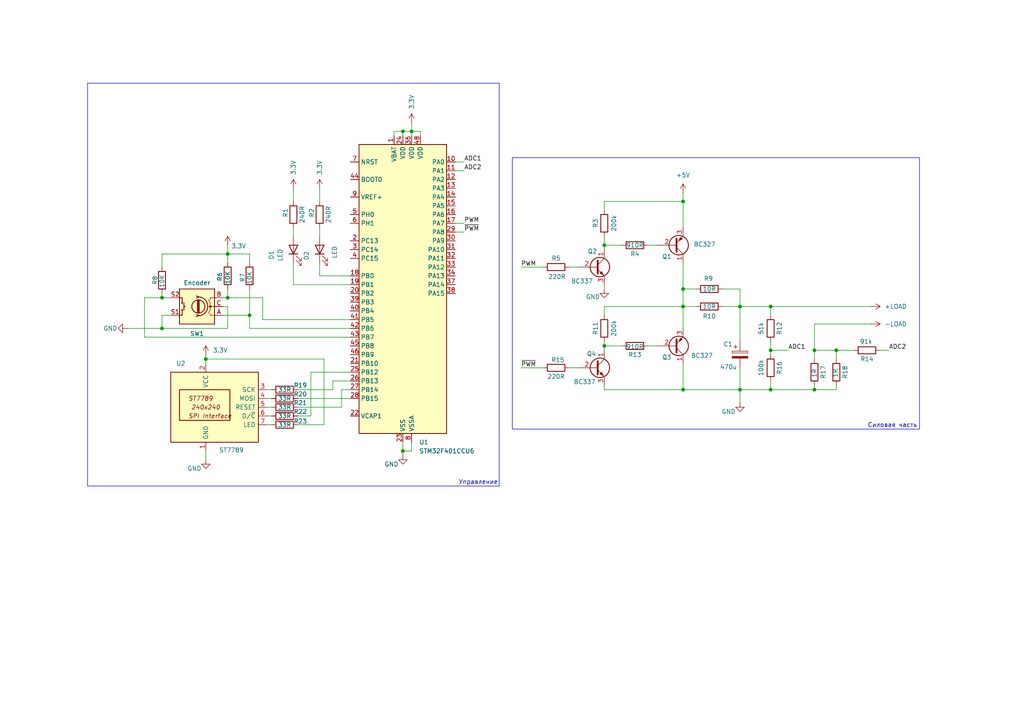
<source format=kicad_sch>
(kicad_sch (version 20250114) (generator "eeschema") (generator_version "9.0")
  (paper "A4")
  (lib_symbols
    (symbol "Device:C_Polarized" (pin_numbers (hide yes)) (pin_names (offset 0.254))
      (property "Reference" "C" (at 0.635 2.54 0))
      (property "Value" "C_Polarized" (at 0.635 -2.54 0))
      (symbol "C_Polarized_0_1"
        (rectangle (start -2.286 0.508) (end 2.286 1.016))
        (polyline (pts (xy -1.778 2.286) (xy -0.762 2.286)))
        (polyline (pts (xy -1.27 2.794) (xy -1.27 1.778)))
        (rectangle (start 2.286 -0.508) (end -2.286 -1.016) (fill (type outline)))
      )
      (symbol "C_Polarized_1_1"
        (pin passive line (at 0 3.81 270) (length 2.794) (name "~") (number "1"))
        (pin passive line (at 0 -3.81 90) (length 2.794) (name "~") (number "2"))
      )
    )
    (symbol "Device:LED" (pin_numbers (hide yes)) (pin_names (offset 1.016) (hide yes))
      (property "Reference" "D" (at 0 2.54 0))
      (property "Value" "LED" (at 0 -2.54 0))
      (symbol "LED_0_1"
        (polyline (pts (xy -3.048 -0.762) (xy -4.572 -2.286) (xy -3.81 -2.286) (xy -4.572 -2.286) (xy -4.572 -1.524)))
        (polyline (pts (xy -1.778 -0.762) (xy -3.302 -2.286) (xy -2.54 -2.286) (xy -3.302 -2.286) (xy -3.302 -1.524)))
        (polyline (pts (xy -1.27 0) (xy 1.27 0)))
        (polyline (pts (xy -1.27 -1.27) (xy -1.27 1.27)) (stroke (width 0.254)))
        (polyline (pts (xy 1.27 -1.27) (xy 1.27 1.27) (xy -1.27 0) (xy 1.27 -1.27)) (stroke (width 0.254)))
      )
      (symbol "LED_1_1"
        (pin passive line (at -3.81 0 0) (length 2.54) (name "K") (number "1"))
        (pin passive line (at 3.81 0 180) (length 2.54) (name "A") (number "2"))
      )
    )
    (symbol "Device:R" (pin_numbers (hide yes)) (pin_names (offset 0))
      (property "Reference" "R" (at 2.032 0 90))
      (property "Value" "R" (at 0 0 90))
      (symbol "R_0_1"
        (rectangle (start -1.016 -2.54) (end 1.016 2.54) (stroke (width 0.254)))
      )
      (symbol "R_1_1"
        (pin passive line (at 0 3.81 270) (length 1.27) (name "~") (number "1"))
        (pin passive line (at 0 -3.81 90) (length 1.27) (name "~") (number "2"))
      )
    )
    (symbol "Device:RotaryEncoder_Switch" (pin_names (offset 0.254) (hide yes))
      (property "Reference" "SW" (at 0 6.604 0))
      (property "Value" "RotaryEncoder_Switch" (at 0 -6.604 0))
      (symbol "RotaryEncoder_Switch_0_1"
        (rectangle (start -5.08 5.08) (end 5.08 -5.08) (stroke (width 0.254)) (fill (type background)))
        (polyline (pts (xy -5.08 2.54) (xy -3.81 2.54) (xy -3.81 2.032)))
        (polyline (pts (xy -5.08 0) (xy -3.81 0) (xy -3.81 -1.016) (xy -3.302 -2.032)))
        (polyline (pts (xy -5.08 -2.54) (xy -3.81 -2.54) (xy -3.81 -2.032)))
        (polyline (pts (xy -4.318 0) (xy -3.81 0) (xy -3.81 1.016) (xy -3.302 2.032)))
        (circle (center -3.81 0) (radius 0.254) (fill (type outline)))
        (polyline (pts (xy -0.635 -1.778) (xy -0.635 1.778)) (stroke (width 0.254)))
        (circle (center -0.381 0) (radius 1.905) (stroke (width 0.254)))
        (polyline (pts (xy -0.381 -1.778) (xy -0.381 1.778)) (stroke (width 0.254)))
        (arc (start -0.381 -2.794) (mid -3.0988 -0.0635) (end -0.381 2.667) (stroke (width 0.254)))
        (polyline (pts (xy -0.127 1.778) (xy -0.127 -1.778)) (stroke (width 0.254)))
        (polyline (pts (xy 0.254 2.921) (xy -0.508 2.667) (xy 0.127 2.286)) (stroke (width 0.254)))
        (polyline (pts (xy 0.254 -3.048) (xy -0.508 -2.794) (xy 0.127 -2.413)) (stroke (width 0.254)))
        (polyline (pts (xy 3.81 1.016) (xy 3.81 -1.016)) (stroke (width 0.254)))
        (polyline (pts (xy 3.81 0) (xy 3.429 0)) (stroke (width 0.254)))
        (circle (center 4.318 1.016) (radius 0.127) (stroke (width 0.254)))
        (circle (center 4.318 -1.016) (radius 0.127) (stroke (width 0.254)))
        (polyline (pts (xy 5.08 2.54) (xy 4.318 2.54) (xy 4.318 1.016)) (stroke (width 0.254)))
        (polyline (pts (xy 5.08 -2.54) (xy 4.318 -2.54) (xy 4.318 -1.016)) (stroke (width 0.254)))
      )
      (symbol "RotaryEncoder_Switch_1_1"
        (pin passive line (at -7.62 2.54 0) (length 2.54) (name "A") (number "A"))
        (pin passive line (at -7.62 0 0) (length 2.54) (name "C") (number "C"))
        (pin passive line (at -7.62 -2.54 0) (length 2.54) (name "B") (number "B"))
        (pin passive line (at 7.62 2.54 180) (length 2.54) (name "S1") (number "S1"))
        (pin passive line (at 7.62 -2.54 180) (length 2.54) (name "S2") (number "S2"))
      )
    )
    (symbol "Driver_Display:CR2013-MI2120" (pin_names (offset 0.762))
      (property "Reference" "U?" (at 2.1941 17.78 0))
      (property "Value" "CR2013-MI2120" (at 2.1941 15.24 0))
      (symbol "CR2013-MI2120_0_0"
        (text "SPI Interface" (at -5.08 -2.54 0) (effects (font (size 1.27 1.27) (italic yes)) (justify left)))
      )
      (symbol "CR2013-MI2120_0_1"
        (rectangle (start -10.16 10.16) (end 15.24 -10.16) (stroke (width 0.254)) (fill (type background)))
        (rectangle (start -7.62 5.08) (end 6.985 -3.81) (stroke (width 0.254)))
      )
      (symbol "CR2013-MI2120_1_0"
        (text "ST7789" (at -5.08 2.54 0) (effects (font (size 1.27 1.27) (italic yes)) (justify left)))
        (text "240x240" (at 0 0 0) (effects (font (size 1.27 1.27) (italic yes))))
      )
      (symbol "CR2013-MI2120_1_1"
        (pin power_in line (at 0 12.7 270) (length 2.54) (name "VCC") (number "2"))
        (pin power_in line (at 0 -12.7 90) (length 2.54) (name "GND") (number "1"))
        (pin input line (at 17.78 5.08 180) (length 2.54) (name "SCK") (number "3"))
        (pin input line (at 17.78 2.54 180) (length 2.54) (name "MOSI") (number "4"))
        (pin input line (at 17.78 0 180) (length 2.54) (name "RESET") (number "5"))
        (pin input line (at 17.78 -2.54 180) (length 2.54) (name "D/~{C}") (number "6"))
        (pin input line (at 17.78 -5.08 180) (length 2.54) (name "LED") (number "7"))
      )
    )
    (symbol "MCU_ST_STM32F4:STM32F401CCUx"
      (property "Reference" "U" (at -12.7 44.45 0))
      (property "Value" "STM32F401CCUx" (at 7.62 44.45 0))
      (symbol "STM32F401CCUx_0_1"
        (rectangle (start -12.7 -40.64) (end 12.7 43.18) (stroke (width 0.254)) (fill (type background)))
      )
      (symbol "STM32F401CCUx_1_1"
        (pin input line (at -15.24 38.1 0) (length 2.54) (name "NRST") (number "7"))
        (pin input line (at -15.24 33.02 0) (length 2.54) (name "BOOT0") (number "44"))
        (pin input line (at -15.24 27.94 0) (length 2.54) (name "VREF+") (number "9"))
        (pin bidirectional line (at -15.24 22.86 0) (length 2.54) (name "PH0") (number "5"))
        (pin bidirectional line (at -15.24 20.32 0) (length 2.54) (name "PH1") (number "6"))
        (pin bidirectional line (at -15.24 15.24 0) (length 2.54) (name "PC13") (number "2"))
        (pin bidirectional line (at -15.24 12.7 0) (length 2.54) (name "PC14") (number "3"))
        (pin bidirectional line (at -15.24 10.16 0) (length 2.54) (name "PC15") (number "4"))
        (pin bidirectional line (at -15.24 5.08 0) (length 2.54) (name "PB0") (number "18"))
        (pin bidirectional line (at -15.24 2.54 0) (length 2.54) (name "PB1") (number "19"))
        (pin bidirectional line (at -15.24 0 0) (length 2.54) (name "PB2") (number "20"))
        (pin bidirectional line (at -15.24 -2.54 0) (length 2.54) (name "PB3") (number "39"))
        (pin bidirectional line (at -15.24 -5.08 0) (length 2.54) (name "PB4") (number "40"))
        (pin bidirectional line (at -15.24 -7.62 0) (length 2.54) (name "PB5") (number "41"))
        (pin bidirectional line (at -15.24 -10.16 0) (length 2.54) (name "PB6") (number "42"))
        (pin bidirectional line (at -15.24 -12.7 0) (length 2.54) (name "PB7") (number "43"))
        (pin bidirectional line (at -15.24 -15.24 0) (length 2.54) (name "PB8") (number "45"))
        (pin bidirectional line (at -15.24 -17.78 0) (length 2.54) (name "PB9") (number "46"))
        (pin bidirectional line (at -15.24 -20.32 0) (length 2.54) (name "PB10") (number "21"))
        (pin bidirectional line (at -15.24 -22.86 0) (length 2.54) (name "PB12") (number "25"))
        (pin bidirectional line (at -15.24 -25.4 0) (length 2.54) (name "PB13") (number "26"))
        (pin bidirectional line (at -15.24 -27.94 0) (length 2.54) (name "PB14") (number "27"))
        (pin bidirectional line (at -15.24 -30.48 0) (length 2.54) (name "PB15") (number "28"))
        (pin power_out line (at -15.24 -35.56 0) (length 2.54) (name "VCAP1") (number "22"))
        (pin power_in line (at -2.54 45.72 270) (length 2.54) (name "VBAT") (number "1"))
        (pin power_in line (at 0 45.72 270) (length 2.54) (name "VDD") (number "24"))
        (pin power_in line (at 0 -43.18 90) (length 2.54) (name "VSS") (number "23"))
        (pin passive line (at 0 -43.18 90) (length 2.54) (hide yes) (name "VSS") (number "35"))
        (pin passive line (at 0 -43.18 90) (length 2.54) (hide yes) (name "VSS") (number "47"))
        (pin passive line (at 0 -43.18 90) (length 2.54) (hide yes) (name "VSS") (number "49"))
        (pin power_in line (at 2.54 45.72 270) (length 2.54) (name "VDD") (number "36"))
        (pin power_in line (at 2.54 -43.18 90) (length 2.54) (name "VSSA") (number "8"))
        (pin power_in line (at 5.08 45.72 270) (length 2.54) (name "VDD") (number "48"))
        (pin bidirectional line (at 15.24 38.1 180) (length 2.54) (name "PA0") (number "10"))
        (pin bidirectional line (at 15.24 35.56 180) (length 2.54) (name "PA1") (number "11"))
        (pin bidirectional line (at 15.24 33.02 180) (length 2.54) (name "PA2") (number "12"))
        (pin bidirectional line (at 15.24 30.48 180) (length 2.54) (name "PA3") (number "13"))
        (pin bidirectional line (at 15.24 27.94 180) (length 2.54) (name "PA4") (number "14"))
        (pin bidirectional line (at 15.24 25.4 180) (length 2.54) (name "PA5") (number "15"))
        (pin bidirectional line (at 15.24 22.86 180) (length 2.54) (name "PA6") (number "16"))
        (pin bidirectional line (at 15.24 20.32 180) (length 2.54) (name "PA7") (number "17"))
        (pin bidirectional line (at 15.24 17.78 180) (length 2.54) (name "PA8") (number "29"))
        (pin bidirectional line (at 15.24 15.24 180) (length 2.54) (name "PA9") (number "30"))
        (pin bidirectional line (at 15.24 12.7 180) (length 2.54) (name "PA10") (number "31"))
        (pin bidirectional line (at 15.24 10.16 180) (length 2.54) (name "PA11") (number "32"))
        (pin bidirectional line (at 15.24 7.62 180) (length 2.54) (name "PA12") (number "33"))
        (pin bidirectional line (at 15.24 5.08 180) (length 2.54) (name "PA13") (number "34"))
        (pin bidirectional line (at 15.24 2.54 180) (length 2.54) (name "PA14") (number "37"))
        (pin bidirectional line (at 15.24 0 180) (length 2.54) (name "PA15") (number "38"))
      )
    )
    (symbol "Transistor_BJT:BC327" (pin_names (offset 0) (hide yes))
      (property "Reference" "Q" (at 5.08 1.905 0))
      (property "Value" "BC327" (at 5.08 0 0))
      (symbol "BC327_0_1"
        (polyline (pts (xy 0.635 1.905) (xy 0.635 -1.905) (xy 0.635 -1.905)) (stroke (width 0.508)))
        (polyline (pts (xy 0.635 0.635) (xy 2.54 2.54)))
        (polyline (pts (xy 0.635 -0.635) (xy 2.54 -2.54) (xy 2.54 -2.54)))
        (circle (center 1.27 0) (radius 2.8194) (stroke (width 0.254)))
        (polyline (pts (xy 2.286 -1.778) (xy 1.778 -2.286) (xy 1.27 -1.27) (xy 2.286 -1.778) (xy 2.286 -1.778)) (fill (type outline)))
      )
      (symbol "BC327_1_1"
        (pin input line (at -5.08 0 0) (length 5.715) (name "B") (number "2"))
        (pin passive line (at 2.54 5.08 270) (length 2.54) (name "C") (number "1"))
        (pin passive line (at 2.54 -5.08 90) (length 2.54) (name "E") (number "3"))
      )
    )
    (symbol "Transistor_BJT:BC337" (pin_names (offset 0) (hide yes))
      (property "Reference" "Q" (at 5.08 1.905 0))
      (property "Value" "BC337" (at 5.08 0 0))
      (symbol "BC337_0_1"
        (polyline (pts (xy 0 0) (xy 0.635 0)))
        (polyline (pts (xy 0.635 1.905) (xy 0.635 -1.905) (xy 0.635 -1.905)) (stroke (width 0.508)))
        (polyline (pts (xy 0.635 0.635) (xy 2.54 2.54)))
        (polyline (pts (xy 0.635 -0.635) (xy 2.54 -2.54) (xy 2.54 -2.54)))
        (circle (center 1.27 0) (radius 2.8194) (stroke (width 0.254)))
        (polyline (pts (xy 1.27 -1.778) (xy 1.778 -1.27) (xy 2.286 -2.286) (xy 1.27 -1.778) (xy 1.27 -1.778)) (fill (type outline)))
      )
      (symbol "BC337_1_1"
        (pin input line (at -5.08 0 0) (length 5.08) (name "B") (number "2"))
        (pin passive line (at 2.54 5.08 270) (length 2.54) (name "C") (number "1"))
        (pin passive line (at 2.54 -5.08 90) (length 2.54) (name "E") (number "3"))
      )
    )
    (symbol "power:+5V" (power) (pin_numbers (hide yes)) (pin_names (offset 0) (hide yes))
      (property "Value" "+5V" (at 0 3.556 0))
      (symbol "+5V_0_1"
        (polyline (pts (xy -0.762 1.27) (xy 0 2.54)))
        (polyline (pts (xy 0 2.54) (xy 0.762 1.27)))
        (polyline (pts (xy 0 0) (xy 0 2.54)))
      )
      (symbol "+5V_1_1"
        (pin power_in line (at 0 0 90) (length 0) (name "~") (number "1"))
      )
    )
    (symbol "power:+5VL" (power) (pin_numbers (hide yes)) (pin_names (offset 0) (hide yes))
      (property "Value" "+5VL" (at 0 3.556 0))
      (symbol "+5VL_0_1"
        (polyline (pts (xy -0.762 1.27) (xy 0 2.54)))
        (polyline (pts (xy 0 2.54) (xy 0.762 1.27)))
        (polyline (pts (xy 0 0) (xy 0 2.54)))
      )
      (symbol "+5VL_1_1"
        (pin power_in line (at 0 0 90) (length 0) (name "~") (number "1"))
      )
    )
    (symbol "power:GND" (power) (pin_numbers (hide yes)) (pin_names (offset 0) (hide yes))
      (property "Value" "GND" (at 0 -3.81 0))
      (symbol "GND_0_1"
        (polyline (pts (xy 0 0) (xy 0 -1.27) (xy 1.27 -1.27) (xy 0 -2.54) (xy -1.27 -1.27) (xy 0 -1.27)))
      )
      (symbol "GND_1_1"
        (pin power_in line (at 0 0 270) (length 0) (name "~") (number "1"))
      )
    )
  )
  (rectangle (start 25.4 24.13) (end 144.78 140.97))
  (rectangle (start 148.59 45.72) (end 266.7 124.46))
  (text "Управление" (at 138.684 139.954 0) (effects (font (size 1.27 1.27))))
  (text "Силовая часть" (at 258.826 123.444 0) (effects (font (size 1.27 1.27))))
  (junction (at 223.52 101.6))
  (junction (at 116.84 38.1))
  (junction (at 223.52 113.03))
  (junction (at 223.52 88.9))
  (junction (at 59.69 104.14))
  (junction (at 236.22 101.6))
  (junction (at 242.57 101.6))
  (junction (at 66.04 73.66))
  (junction (at 198.12 88.9))
  (junction (at 175.26 100.33))
  (junction (at 116.84 130.81))
  (junction (at 46.99 86.36))
  (junction (at 214.63 113.03))
  (junction (at 198.12 113.03))
  (junction (at 119.38 38.1))
  (junction (at 236.22 113.03))
  (junction (at 175.26 71.12))
  (junction (at 46.99 95.25))
  (junction (at 198.12 58.42))
  (junction (at 214.63 88.9))
  (junction (at 66.04 86.36))
  (junction (at 72.39 91.44))
  (junction (at 198.12 83.82))
  (wire (pts (xy 72.39 73.66) (xy 72.39 76.2)))
  (wire (pts (xy 175.26 68.58) (xy 175.26 71.12)))
  (wire (pts (xy 76.2 92.71) (xy 101.6 92.71)))
  (wire (pts (xy 223.52 88.9) (xy 252.73 88.9)))
  (wire (pts (xy 99.06 118.11) (xy 99.06 113.03)))
  (wire (pts (xy 77.47 118.11) (xy 78.74 118.11)))
  (wire (pts (xy 66.04 73.66) (xy 66.04 76.2)))
  (wire (pts (xy 116.84 128.27) (xy 116.84 130.81)))
  (wire (pts (xy 236.22 113.03) (xy 223.52 113.03)))
  (wire (pts (xy 77.47 123.19) (xy 78.74 123.19)))
  (wire (pts (xy 175.26 100.33) (xy 180.34 100.33)))
  (wire (pts (xy 85.09 54.61) (xy 85.09 58.42)))
  (wire (pts (xy 198.12 83.82) (xy 198.12 88.9)))
  (wire (pts (xy 223.52 110.49) (xy 223.52 113.03)))
  (wire (pts (xy 223.52 101.6) (xy 228.6 101.6)))
  (wire (pts (xy 85.09 82.55) (xy 101.6 82.55)))
  (wire (pts (xy 46.99 86.36) (xy 41.91 86.36)))
  (wire (pts (xy 77.47 120.65) (xy 78.74 120.65)))
  (wire (pts (xy 92.71 80.01) (xy 101.6 80.01)))
  (wire (pts (xy 86.36 120.65) (xy 90.17 120.65)))
  (wire (pts (xy 92.71 54.61) (xy 92.71 58.42)))
  (wire (pts (xy 77.47 115.57) (xy 78.74 115.57)))
  (wire (pts (xy 132.08 67.31) (xy 134.62 67.31)))
  (wire (pts (xy 242.57 101.6) (xy 247.65 101.6)))
  (wire (pts (xy 165.1 77.47) (xy 167.64 77.47)))
  (wire (pts (xy 101.6 95.25) (xy 72.39 95.25)))
  (wire (pts (xy 114.3 38.1) (xy 116.84 38.1)))
  (wire (pts (xy 86.36 115.57) (xy 101.6 115.57)))
  (wire (pts (xy 236.22 101.6) (xy 242.57 101.6)))
  (wire (pts (xy 86.36 113.03) (xy 96.52 113.03)))
  (wire (pts (xy 41.91 86.36) (xy 41.91 97.79)))
  (wire (pts (xy 209.55 88.9) (xy 214.63 88.9)))
  (wire (pts (xy 209.55 83.82) (xy 214.63 83.82)))
  (wire (pts (xy 96.52 113.03) (xy 96.52 110.49)))
  (wire (pts (xy 49.53 91.44) (xy 46.99 91.44)))
  (wire (pts (xy 66.04 86.36) (xy 64.77 86.36)))
  (wire (pts (xy 99.06 113.03) (xy 101.6 113.03)))
  (wire (pts (xy 198.12 76.2) (xy 198.12 83.82)))
  (wire (pts (xy 46.99 73.66) (xy 66.04 73.66)))
  (wire (pts (xy 66.04 95.25) (xy 66.04 88.9)))
  (wire (pts (xy 86.36 123.19) (xy 93.98 123.19)))
  (wire (pts (xy 76.2 86.36) (xy 76.2 92.71)))
  (wire (pts (xy 214.63 88.9) (xy 223.52 88.9)))
  (wire (pts (xy 198.12 83.82) (xy 201.93 83.82)))
  (wire (pts (xy 175.26 101.6) (xy 175.26 100.33)))
  (wire (pts (xy 64.77 88.9) (xy 66.04 88.9)))
  (wire (pts (xy 242.57 111.76) (xy 242.57 113.03)))
  (wire (pts (xy 198.12 58.42) (xy 198.12 66.04)))
  (wire (pts (xy 198.12 88.9) (xy 198.12 95.25)))
  (wire (pts (xy 175.26 71.12) (xy 180.34 71.12)))
  (wire (pts (xy 90.17 120.65) (xy 90.17 107.95)))
  (wire (pts (xy 151.13 77.47) (xy 157.48 77.47)))
  (wire (pts (xy 66.04 83.82) (xy 66.04 86.36)))
  (wire (pts (xy 119.38 130.81) (xy 116.84 130.81)))
  (wire (pts (xy 36.83 95.25) (xy 46.99 95.25)))
  (wire (pts (xy 46.99 91.44) (xy 46.99 95.25)))
  (wire (pts (xy 46.99 95.25) (xy 66.04 95.25)))
  (wire (pts (xy 119.38 38.1) (xy 119.38 39.37)))
  (wire (pts (xy 116.84 130.81) (xy 116.84 132.08)))
  (wire (pts (xy 214.63 83.82) (xy 214.63 88.9)))
  (wire (pts (xy 175.26 88.9) (xy 198.12 88.9)))
  (wire (pts (xy 198.12 55.88) (xy 198.12 58.42)))
  (wire (pts (xy 132.08 64.77) (xy 134.62 64.77)))
  (wire (pts (xy 66.04 71.12) (xy 66.04 73.66)))
  (wire (pts (xy 59.69 130.81) (xy 59.69 133.35)))
  (wire (pts (xy 66.04 73.66) (xy 72.39 73.66)))
  (wire (pts (xy 175.26 71.12) (xy 175.26 72.39)))
  (wire (pts (xy 214.63 106.68) (xy 214.63 113.03)))
  (wire (pts (xy 114.3 39.37) (xy 114.3 38.1)))
  (wire (pts (xy 236.22 101.6) (xy 236.22 104.14)))
  (wire (pts (xy 214.63 113.03) (xy 223.52 113.03)))
  (wire (pts (xy 242.57 101.6) (xy 242.57 104.14)))
  (wire (pts (xy 165.1 106.68) (xy 167.64 106.68)))
  (wire (pts (xy 175.26 82.55) (xy 175.26 83.82)))
  (wire (pts (xy 49.53 86.36) (xy 46.99 86.36)))
  (wire (pts (xy 214.63 113.03) (xy 214.63 116.84)))
  (wire (pts (xy 93.98 123.19) (xy 93.98 104.14)))
  (wire (pts (xy 198.12 88.9) (xy 201.93 88.9)))
  (wire (pts (xy 116.84 38.1) (xy 119.38 38.1)))
  (wire (pts (xy 90.17 107.95) (xy 101.6 107.95)))
  (wire (pts (xy 66.04 86.36) (xy 76.2 86.36)))
  (wire (pts (xy 175.26 113.03) (xy 198.12 113.03)))
  (wire (pts (xy 86.36 118.11) (xy 99.06 118.11)))
  (wire (pts (xy 92.71 66.04) (xy 92.71 68.58)))
  (wire (pts (xy 198.12 105.41) (xy 198.12 113.03)))
  (wire (pts (xy 255.27 101.6) (xy 257.81 101.6)))
  (wire (pts (xy 175.26 111.76) (xy 175.26 113.03)))
  (wire (pts (xy 121.92 38.1) (xy 121.92 39.37)))
  (wire (pts (xy 175.26 91.44) (xy 175.26 88.9)))
  (wire (pts (xy 119.38 128.27) (xy 119.38 130.81)))
  (wire (pts (xy 119.38 35.56) (xy 119.38 38.1)))
  (wire (pts (xy 175.26 58.42) (xy 198.12 58.42)))
  (wire (pts (xy 77.47 113.03) (xy 78.74 113.03)))
  (wire (pts (xy 198.12 113.03) (xy 214.63 113.03)))
  (wire (pts (xy 41.91 97.79) (xy 101.6 97.79)))
  (wire (pts (xy 175.26 99.06) (xy 175.26 100.33)))
  (wire (pts (xy 72.39 91.44) (xy 64.77 91.44)))
  (wire (pts (xy 236.22 93.98) (xy 236.22 101.6)))
  (wire (pts (xy 59.69 104.14) (xy 93.98 104.14)))
  (wire (pts (xy 175.26 60.96) (xy 175.26 58.42)))
  (wire (pts (xy 223.52 101.6) (xy 223.52 102.87)))
  (wire (pts (xy 236.22 111.76) (xy 236.22 113.03)))
  (wire (pts (xy 151.13 106.68) (xy 157.48 106.68)))
  (wire (pts (xy 214.63 88.9) (xy 214.63 99.06)))
  (wire (pts (xy 223.52 99.06) (xy 223.52 101.6)))
  (wire (pts (xy 132.08 49.53) (xy 134.62 49.53)))
  (wire (pts (xy 96.52 110.49) (xy 101.6 110.49)))
  (wire (pts (xy 59.69 102.87) (xy 59.69 104.14)))
  (wire (pts (xy 59.69 104.14) (xy 59.69 105.41)))
  (wire (pts (xy 85.09 66.04) (xy 85.09 68.58)))
  (wire (pts (xy 252.73 93.98) (xy 236.22 93.98)))
  (wire (pts (xy 72.39 83.82) (xy 72.39 91.44)))
  (wire (pts (xy 187.96 71.12) (xy 190.5 71.12)))
  (wire (pts (xy 46.99 86.36) (xy 46.99 85.09)))
  (wire (pts (xy 46.99 77.47) (xy 46.99 73.66)))
  (wire (pts (xy 132.08 46.99) (xy 134.62 46.99)))
  (wire (pts (xy 85.09 76.2) (xy 85.09 82.55)))
  (wire (pts (xy 236.22 113.03) (xy 242.57 113.03)))
  (wire (pts (xy 119.38 38.1) (xy 121.92 38.1)))
  (wire (pts (xy 72.39 95.25) (xy 72.39 91.44)))
  (wire (pts (xy 92.71 76.2) (xy 92.71 80.01)))
  (wire (pts (xy 116.84 38.1) (xy 116.84 39.37)))
  (wire (pts (xy 187.96 100.33) (xy 190.5 100.33)))
  (wire (pts (xy 223.52 88.9) (xy 223.52 91.44)))
  (label "ADC1" (at 134.62 46.99 0))
  (label "~{PWM}" (at 151.13 106.68 0))
  (label "ADC2" (at 257.81 101.6 0))
  (label "PWM" (at 151.13 77.47 0))
  (label "~{PWM}" (at 134.62 67.31 0))
  (label "ADC2" (at 134.62 49.53 0))
  (label "PWM" (at 134.62 64.77 0))
  (label "ADC1" (at 228.6 101.6 0))
  (symbol (lib_id "Device:R") (at 161.29 77.47 90) (unit 1)
    (property "Reference" "R5" (at 161.29 74.93 90))
    (property "Value" "220R" (at 161.544 80.264 90))
    (property "Description" "Resistor" (effects (hide yes)))
  )
  (symbol (lib_id "Device:R") (at 175.26 64.77 180) (unit 1)
    (property "Reference" "R3" (at 172.72 64.77 90))
    (property "Value" "200k" (at 178.054 64.77 90))
    (property "Description" "Resistor" (effects (hide yes)))
  )
  (symbol (lib_id "power:+5V") (at 59.69 102.87 0) (unit 1)
    (property "Reference" "#PWR05" (effects (hide yes)))
    (property "Value" "3.3V" (at 61.722 101.6 0) (effects (justify left)))
    (property "Description" "Power symbol creates a global label with name \"+5V\"" (effects (hide yes)))
  )
  (symbol (lib_id "Device:LED") (at 85.09 72.39 90) (unit 1)
    (property "Reference" "D1" (at 78.74 73.9775 0))
    (property "Value" "LED" (at 81.28 73.9775 0))
    (property "Description" "Light emitting diode" (effects (hide yes)))
  )
  (symbol (lib_id "power:GND") (at 59.69 133.35 0) (unit 1)
    (property "Reference" "#PWR03" (effects (hide yes)))
    (property "Value" "GND" (at 56.388 135.89 0))
    (property "Description" "Power symbol creates a global label with name \"GND\" , ground" (effects (hide yes)))
  )
  (symbol (lib_id "Device:R") (at 184.15 71.12 270) (unit 1)
    (property "Reference" "R4" (at 184.15 73.66 90))
    (property "Value" "910R" (at 184.15 71.12 90))
    (property "Description" "Resistor" (effects (hide yes)))
  )
  (symbol (lib_id "Device:RotaryEncoder_Switch") (at 57.15 88.9 180) (unit 1)
    (property "Reference" "SW1" (at 57.15 96.774 0))
    (property "Value" "Encoder" (at 57.15 82.042 0))
    (property "Description" "Rotary encoder, dual channel, incremental quadrate outputs, with switch" (effects (hide yes)))
  )
  (symbol (lib_id "power:+5VL") (at 252.73 88.9 270) (unit 1)
    (property "Reference" "#PWR011" (effects (hide yes)))
    (property "Value" "+LOAD" (at 256.54 88.8999 90) (effects (justify left)))
    (property "Description" "Power symbol creates a global label with name \"+5VL\"" (effects (hide yes)))
  )
  (symbol (lib_id "Device:R") (at 223.52 95.25 0) (unit 1)
    (property "Reference" "R12" (at 226.06 95.25 90))
    (property "Value" "51k" (at 220.726 95.25 90))
    (property "Description" "Resistor" (effects (hide yes)))
  )
  (symbol (lib_id "Transistor_BJT:BC337") (at 172.72 77.47 0) (unit 1)
    (property "Reference" "Q2" (at 170.434 72.898 0) (effects (justify left)))
    (property "Value" "BC337" (at 165.608 81.534 0) (effects (justify left)))
    (property "Footprint" "Package_TO_SOT_THT:TO-92_Inline" (effects (hide yes)))
    (property "Datasheet" "https://diotec.com/tl_files/diotec/files/pdf/datasheets/bc337.pdf" (effects (hide yes)))
    (property "Description" "0.8A Ic, 45V Vce, NPN Transistor, TO-92" (effects (hide yes)))
  )
  (symbol (lib_id "power:+5V") (at 85.09 54.61 0) (unit 1)
    (property "Reference" "#PWR02" (effects (hide yes)))
    (property "Value" "3.3V" (at 85.0899 50.8 90) (effects (justify left)))
    (property "Description" "Power symbol creates a global label with name \"+5V\"" (effects (hide yes)))
  )
  (symbol (lib_id "Device:R") (at 72.39 80.01 0) (unit 1)
    (property "Reference" "R7" (at 70.358 80.518 90))
    (property "Value" "10K" (at 72.39 80.518 90))
    (property "Description" "Resistor" (effects (hide yes)))
  )
  (symbol (lib_id "Transistor_BJT:BC337") (at 172.72 106.68 0) (unit 1)
    (property "Reference" "Q4" (at 170.18 102.616 0) (effects (justify left)))
    (property "Value" "BC337" (at 166.37 110.744 0) (effects (justify left)))
    (property "Footprint" "Package_TO_SOT_THT:TO-92_Inline" (effects (hide yes)))
    (property "Datasheet" "https://diotec.com/tl_files/diotec/files/pdf/datasheets/bc337.pdf" (effects (hide yes)))
    (property "Description" "0.8A Ic, 45V Vce, NPN Transistor, TO-92" (effects (hide yes)))
  )
  (symbol (lib_id "Device:R") (at 46.99 81.28 0) (unit 1)
    (property "Reference" "R8" (at 44.958 81.28 90))
    (property "Value" "10K" (at 46.99 81.534 90))
    (property "Description" "Resistor" (effects (hide yes)))
  )
  (symbol (lib_id "Device:LED") (at 92.71 72.39 90) (unit 1)
    (property "Reference" "D2" (at 88.9 74.168 0))
    (property "Value" "LED" (at 97.028 73.152 0))
    (property "Description" "Light emitting diode" (effects (hide yes)))
  )
  (symbol (lib_id "Device:R") (at 92.71 62.23 180) (unit 1)
    (property "Reference" "R2" (at 90.424 61.722 90))
    (property "Value" "240R" (at 95.25 62.23 90))
    (property "Description" "Resistor" (effects (hide yes)))
  )
  (symbol (lib_id "Device:R") (at 82.55 123.19 90) (unit 1)
    (property "Reference" "R23" (at 87.122 122.174 90))
    (property "Value" "33R" (at 82.55 123.19 90))
    (property "Description" "Resistor" (effects (hide yes)))
  )
  (symbol (lib_id "Device:R") (at 236.22 107.95 0) (unit 1)
    (property "Reference" "R17" (at 238.76 107.95 90))
    (property "Value" "1R" (at 236.22 108.204 90))
    (property "Description" "Resistor" (effects (hide yes)))
  )
  (symbol (lib_id "power:GND") (at 175.26 83.82 0) (unit 1)
    (property "Reference" "#PWR012" (effects (hide yes)))
    (property "Value" "GND" (at 171.958 86.106 0))
    (property "Description" "Power symbol creates a global label with name \"GND\" , ground" (effects (hide yes)))
  )
  (symbol (lib_id "Device:R") (at 66.04 80.01 0) (unit 1)
    (property "Reference" "R6" (at 63.754 80.264 90))
    (property "Value" "10K" (at 66.04 80.518 90))
    (property "Description" "Resistor" (effects (hide yes)))
  )
  (symbol (lib_id "Device:R") (at 85.09 62.23 180) (unit 1)
    (property "Reference" "R1" (at 82.804 61.722 90))
    (property "Value" "240R" (at 87.63 62.23 90))
    (property "Description" "Resistor" (effects (hide yes)))
  )
  (symbol (lib_id "Device:R") (at 82.55 118.11 90) (unit 1)
    (property "Reference" "R21" (at 87.122 116.84 90))
    (property "Value" "33R" (at 82.55 118.11 90))
    (property "Description" "Resistor" (effects (hide yes)))
  )
  (symbol (lib_id "Device:R") (at 161.29 106.68 90) (unit 1)
    (property "Reference" "R15" (at 161.798 104.394 90))
    (property "Value" "220R" (at 161.29 109.22 90))
    (property "Description" "Resistor" (effects (hide yes)))
  )
  (symbol (lib_id "Device:R") (at 205.74 83.82 90) (unit 1)
    (property "Reference" "R9" (at 205.486 80.772 90))
    (property "Value" "10R" (at 205.74 83.82 90))
    (property "Description" "Resistor" (effects (hide yes)))
  )
  (symbol (lib_id "power:GND") (at 116.84 132.08 0) (unit 1)
    (property "Reference" "#PWR04" (effects (hide yes)))
    (property "Value" "GND" (at 113.538 134.62 0))
    (property "Description" "Power symbol creates a global label with name \"GND\" , ground" (effects (hide yes)))
  )
  (symbol (lib_id "Device:R") (at 251.46 101.6 270) (unit 1)
    (property "Reference" "R14" (at 251.46 104.14 90))
    (property "Value" "91k" (at 251.206 99.06 90))
    (property "Description" "Resistor" (effects (hide yes)))
  )
  (symbol (lib_id "Device:R") (at 82.55 113.03 90) (unit 1)
    (property "Reference" "R19" (at 87.122 111.76 90))
    (property "Value" "33R" (at 82.55 113.03 90))
    (property "Description" "Resistor" (effects (hide yes)))
  )
  (symbol (lib_id "Transistor_BJT:BC327") (at 195.58 100.33 0) (mirror x) (unit 1)
    (property "Reference" "Q3" (at 192.024 103.632 0) (effects (justify left)))
    (property "Value" "BC327" (at 200.406 103.124 0) (effects (justify left)))
    (property "Footprint" "Package_TO_SOT_THT:TO-92_Inline" (effects (hide yes)))
    (property "Datasheet" "http://www.onsemi.com/pub_link/Collateral/BC327-D.PDF" (effects (hide yes)))
    (property "Description" "0.8A Ic, 45V Vce, PNP Transistor, TO-92" (effects (hide yes)))
  )
  (symbol (lib_id "Device:R") (at 82.55 115.57 90) (unit 1)
    (property "Reference" "R20" (at 87.122 114.3 90))
    (property "Value" "33R" (at 82.55 115.57 90))
    (property "Description" "Resistor" (effects (hide yes)))
  )
  (symbol (lib_id "power:+5V") (at 119.38 35.56 0) (unit 1)
    (property "Reference" "#PWR08" (effects (hide yes)))
    (property "Value" "3.3V" (at 119.3799 31.75 90) (effects (justify left)))
    (property "Description" "Power symbol creates a global label with name \"+5V\"" (effects (hide yes)))
  )
  (symbol (lib_id "Device:R") (at 184.15 100.33 270) (unit 1)
    (property "Reference" "R13" (at 184.15 102.87 90))
    (property "Value" "910R" (at 184.15 100.584 90))
    (property "Description" "Resistor" (effects (hide yes)))
  )
  (symbol (lib_id "MCU_ST_STM32F4:STM32F401CCUx") (at 116.84 85.09 0) (unit 1)
    (property "Reference" "U1" (at 121.5741 128.27 0) (effects (justify left)))
    (property "Value" "STM32F401CCU6" (at 121.5741 130.81 0) (effects (justify left)))
    (property "Footprint" "Package_DFN_QFN:QFN-48-1EP_7x7mm_P0.5mm_EP5.6x5.6mm" (effects (hide yes)))
    (property "Datasheet" "https://www.st.com/resource/en/datasheet/stm32f401cc.pdf" (effects (hide yes)))
    (property "Description" "STMicroelectronics Arm Cortex-M4 MCU, 256KB flash, 64KB RAM, 84 MHz, 1.7-3.6V, 36 GPIO, UFQFPN48" (effects (hide yes)))
  )
  (symbol (lib_id "Device:R") (at 205.74 88.9 90) (unit 1)
    (property "Reference" "R10" (at 205.74 91.694 90))
    (property "Value" "10R" (at 205.74 88.9 90))
    (property "Description" "Resistor" (effects (hide yes)))
  )
  (symbol (lib_id "Device:R") (at 242.57 107.95 0) (unit 1)
    (property "Reference" "R18" (at 245.11 107.95 90))
    (property "Value" "1R" (at 242.316 108.204 90))
    (property "Description" "Resistor" (effects (hide yes)))
  )
  (symbol (lib_id "power:+5V") (at 198.12 55.88 0) (unit 1)
    (property "Reference" "#PWR010" (effects (hide yes)))
    (property "Value" "+5V" (at 198.12 50.8 0))
    (property "Description" "Power symbol creates a global label with name \"+5V\"" (effects (hide yes)))
  )
  (symbol (lib_id "power:+5VL") (at 252.73 93.98 270) (unit 1)
    (property "Reference" "#PWR014" (effects (hide yes)))
    (property "Value" "-LOAD" (at 256.54 93.9799 90) (effects (justify left)))
    (property "Description" "Power symbol creates a global label with name \"+5VL\"" (effects (hide yes)))
  )
  (symbol (lib_id "power:GND") (at 214.63 116.84 0) (unit 1)
    (property "Reference" "#PWR013" (effects (hide yes)))
    (property "Value" "GND" (at 211.328 119.38 0))
    (property "Description" "Power symbol creates a global label with name \"GND\" , ground" (effects (hide yes)))
  )
  (symbol (lib_id "Driver_Display:CR2013-MI2120") (at 59.69 118.11 0) (unit 1)
    (property "Reference" "U2" (at 51.054 105.41 0) (effects (justify left)))
    (property "Value" "ST7789" (at 63.5 130.556 0) (effects (justify left)))
    (property "Footprint" "Display:CR2013-MI2120" (effects (hide yes)))
    (property "Datasheet" "http://pan.baidu.com/s/11Y990" (effects (hide yes)))
    (property "Description" "ILI9341 controller, SPI TFT LCD Display, 9-pin breakout PCB, 4-pin SD card interface, 5V/3.3V" (effects (hide yes)))
  )
  (symbol (lib_id "Device:C_Polarized") (at 214.63 102.87 0) (unit 1)
    (property "Reference" "C1" (at 209.804 99.822 0) (effects (justify left)))
    (property "Value" "470u" (at 208.788 106.426 0) (effects (justify left)))
    (property "Description" "Polarized capacitor" (effects (hide yes)))
  )
  (symbol (lib_id "Transistor_BJT:BC327") (at 195.58 71.12 0) (mirror x) (unit 1)
    (property "Reference" "Q1" (at 192.024 74.422 0) (effects (justify left)))
    (property "Value" "BC327" (at 201.168 70.866 0) (effects (justify left)))
    (property "Footprint" "Package_TO_SOT_THT:TO-92_Inline" (effects (hide yes)))
    (property "Datasheet" "http://www.onsemi.com/pub_link/Collateral/BC327-D.PDF" (effects (hide yes)))
    (property "Description" "0.8A Ic, 45V Vce, PNP Transistor, TO-92" (effects (hide yes)))
  )
  (symbol (lib_id "Device:R") (at 82.55 120.65 90) (unit 1)
    (property "Reference" "R22" (at 87.122 119.38 90))
    (property "Value" "33R" (at 82.55 120.65 90))
    (property "Description" "Resistor" (effects (hide yes)))
  )
  (symbol (lib_id "Device:R") (at 223.52 106.68 0) (unit 1)
    (property "Reference" "R16" (at 226.06 106.68 90))
    (property "Value" "100k" (at 220.726 106.68 90))
    (property "Description" "Resistor" (effects (hide yes)))
  )
  (symbol (lib_id "power:+5V") (at 66.04 71.12 0) (unit 1)
    (property "Reference" "#PWR07" (effects (hide yes)))
    (property "Value" "3.3V" (at 67.056 71.374 0) (effects (justify left)))
    (property "Description" "Power symbol creates a global label with name \"+5V\"" (effects (hide yes)))
  )
  (symbol (lib_id "power:GND") (at 36.83 95.25 270) (unit 1)
    (property "Reference" "#PWR06" (effects (hide yes)))
    (property "Value" "GND" (at 32.004 95.25 90))
    (property "Description" "Power symbol creates a global label with name \"GND\" , ground" (effects (hide yes)))
  )
  (symbol (lib_id "Device:R") (at 175.26 95.25 180) (unit 1)
    (property "Reference" "R11" (at 172.72 95.25 90))
    (property "Value" "200k" (at 178.054 95.25 90))
    (property "Description" "Resistor" (effects (hide yes)))
  )
  (symbol (lib_id "power:+5V") (at 92.71 54.61 0) (unit 1)
    (property "Reference" "#PWR01" (effects (hide yes)))
    (property "Value" "3.3V" (at 92.7099 50.8 90) (effects (justify left)))
    (property "Description" "Power symbol creates a global label with name \"+5V\"" (effects (hide yes)))
  )
)
</source>
